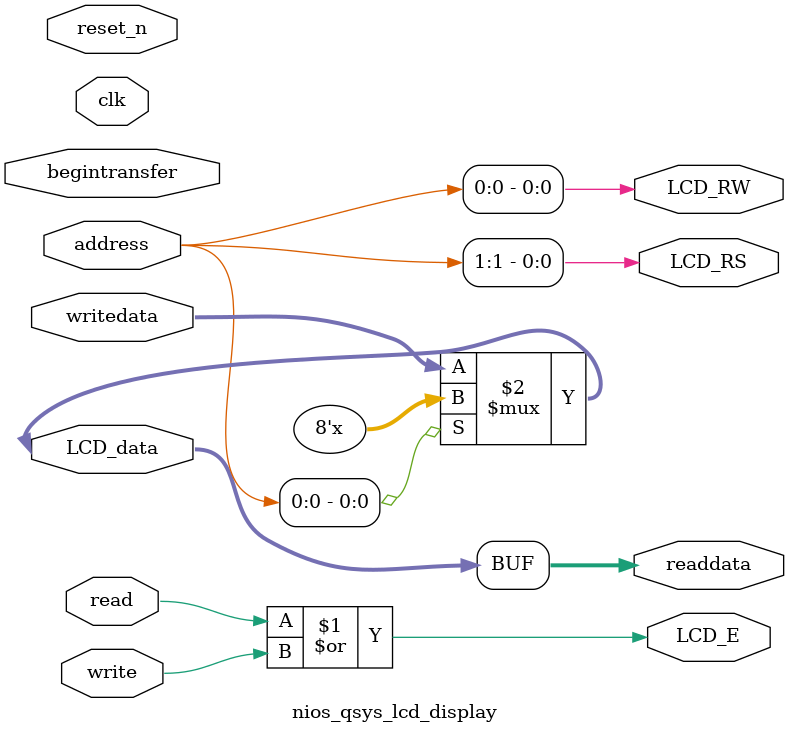
<source format=v>

`timescale 1ns / 1ps
// synthesis translate_on

// turn off superfluous verilog processor warnings 
// altera message_level Level1 
// altera message_off 10034 10035 10036 10037 10230 10240 10030 

module nios_qsys_lcd_display (
                               // inputs:
                                address,
                                begintransfer,
                                clk,
                                read,
                                reset_n,
                                write,
                                writedata,

                               // outputs:
                                LCD_E,
                                LCD_RS,
                                LCD_RW,
                                LCD_data,
                                readdata
                             )
;

  output           LCD_E;
  output           LCD_RS;
  output           LCD_RW;
  inout   [  7: 0] LCD_data;
  output  [  7: 0] readdata;
  input   [  1: 0] address;
  input            begintransfer;
  input            clk;
  input            read;
  input            reset_n;
  input            write;
  input   [  7: 0] writedata;

  wire             LCD_E;
  wire             LCD_RS;
  wire             LCD_RW;
  wire    [  7: 0] LCD_data;
  wire    [  7: 0] readdata;
  assign LCD_RW = address[0];
  assign LCD_RS = address[1];
  assign LCD_E = read | write;
  assign LCD_data = (address[0]) ? 8'bz : writedata;
  assign readdata = LCD_data;
  //control_slave, which is an e_avalon_slave

endmodule


</source>
